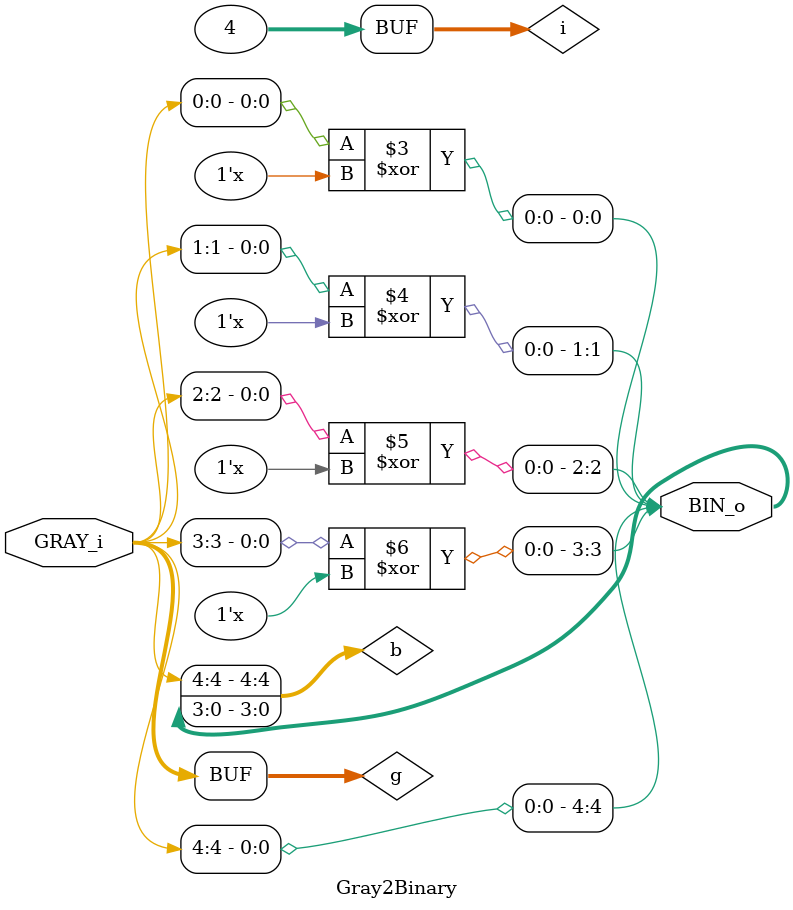
<source format=v>
`timescale 1ns / 1ps

module Gray2Binary #(
    parameter WIDTH=5
) (
    output [WIDTH-1:0] BIN_o,
    input [WIDTH-1:0] GRAY_i
);
integer i;
wire [WIDTH-1:0] g;
reg [WIDTH-1:0] b;
assign g = GRAY_i;
assign BIN_o = b;

always @(*) begin
    b[WIDTH-1] <= g[WIDTH-1];
    for(i=0;i<WIDTH-1;i=i+1)begin
        b[i] <= g[i]^b[i+1];
    end
end
//assign b[4] = g[4];
//assign b[3] = g[3]^g[4];
//assign b[2] = g[2]^g[3]^g[4];
//assign b[1] = g[1]^g[2]^g[3]^g[4];
//assign b[0] = g[0]^g[1]^g[2]^g[3]^g[4];
    
endmodule

</source>
